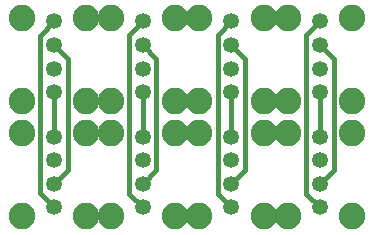
<source format=gbl>
G75*
%MOIN*%
%OFA0B0*%
%FSLAX24Y24*%
%IPPOS*%
%LPD*%
%AMOC8*
5,1,8,0,0,1.08239X$1,22.5*
%
%ADD10C,0.0531*%
%ADD11C,0.0886*%
%ADD12C,0.0160*%
D10*
X001814Y004979D03*
X001814Y005767D03*
X001814Y006554D03*
X001814Y007342D03*
X001814Y008818D03*
X001814Y009605D03*
X001814Y010393D03*
X001814Y011180D03*
X004767Y011180D03*
X004767Y010393D03*
X004767Y009605D03*
X004767Y008818D03*
X004767Y007342D03*
X004767Y006554D03*
X004767Y005767D03*
X004767Y004979D03*
X007719Y004979D03*
X007719Y005767D03*
X007719Y006554D03*
X007719Y007342D03*
X007719Y008818D03*
X007719Y009605D03*
X007719Y010393D03*
X007719Y011180D03*
X010672Y011180D03*
X010672Y010393D03*
X010672Y009605D03*
X010672Y008818D03*
X010672Y007342D03*
X010672Y006554D03*
X010672Y005767D03*
X010672Y004979D03*
D11*
X000743Y004692D03*
X002885Y004692D03*
X003696Y004692D03*
X005837Y004692D03*
X006649Y004692D03*
X008790Y004692D03*
X009601Y004692D03*
X011743Y004692D03*
X011743Y007448D03*
X011743Y008531D03*
X009601Y008531D03*
X008790Y008531D03*
X008790Y007448D03*
X009601Y007448D03*
X006649Y007448D03*
X005837Y007448D03*
X005837Y008531D03*
X006649Y008531D03*
X006649Y011286D03*
X005837Y011286D03*
X003696Y011286D03*
X002885Y011286D03*
X000743Y011286D03*
X000743Y008531D03*
X000743Y007448D03*
X002885Y007448D03*
X003696Y007448D03*
X003696Y008531D03*
X002885Y008531D03*
X008790Y011286D03*
X009601Y011286D03*
X011743Y011286D03*
D12*
X010672Y011180D02*
X010219Y010727D01*
X010219Y005432D01*
X010672Y004979D01*
X010672Y005767D02*
X011125Y006219D01*
X011125Y009940D01*
X010672Y010393D01*
X010672Y008818D02*
X010672Y007342D01*
X008172Y006219D02*
X007719Y005767D01*
X007267Y005432D02*
X007267Y010727D01*
X007719Y011180D01*
X007719Y010393D02*
X008172Y009940D01*
X008172Y006219D01*
X007267Y005432D02*
X007719Y004979D01*
X007719Y007342D02*
X007719Y008818D01*
X005219Y009940D02*
X005219Y006219D01*
X004767Y005767D01*
X004314Y005432D02*
X004767Y004979D01*
X004314Y005432D02*
X004314Y010727D01*
X004767Y011180D01*
X004767Y010393D02*
X005219Y009940D01*
X004767Y008818D02*
X004767Y007342D01*
X002267Y006219D02*
X001814Y005767D01*
X001322Y005471D02*
X001814Y004979D01*
X001322Y005471D02*
X001322Y010688D01*
X001814Y011180D01*
X001814Y010393D02*
X002267Y009940D01*
X002267Y006219D01*
X001814Y007342D02*
X001814Y008818D01*
M02*

</source>
